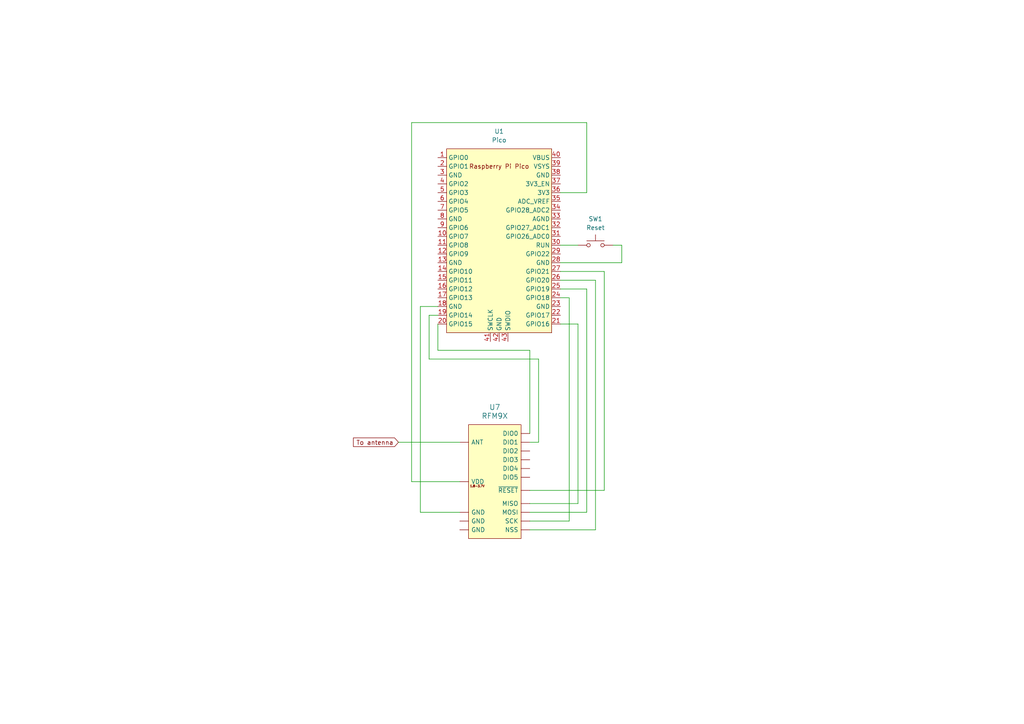
<source format=kicad_sch>
(kicad_sch (version 20231120) (generator "eeschema") (generator_version "8.0")
  (paper "A4")
  (title_block (title "CanSat Receiver Schematic") (date "2024-01-10") (rev "v1.0") (company "Team Athena"))
  (lib_symbols
    (symbol "MCU_RaspberryPi_and_Boards:Pico"
      (property "Reference" "U" (at -13.97 27.94 0))
      (property "Value" "Pico" (at 0 19.05 0))
      (symbol "Pico_0_0"
        (text "Raspberry Pi Pico" (at 0 21.59 0) (effects (font (size 1.27 1.27))))
      )
      (symbol "Pico_0_1"
        (rectangle (start -15.24 26.67) (end 15.24 -26.67) (fill (type background)))
      )
      (symbol "Pico_1_1"
        (pin bidirectional line (at -17.78 24.13 0) (length 2.54) (name "GPIO0") (number "1"))
        (pin bidirectional line (at -17.78 1.27 0) (length 2.54) (name "GPIO7") (number "10"))
        (pin bidirectional line (at -17.78 -1.27 0) (length 2.54) (name "GPIO8") (number "11"))
        (pin bidirectional line (at -17.78 -3.81 0) (length 2.54) (name "GPIO9") (number "12"))
        (pin power_in line (at -17.78 -6.35 0) (length 2.54) (name "GND") (number "13"))
        (pin bidirectional line (at -17.78 -8.89 0) (length 2.54) (name "GPIO10") (number "14"))
        (pin bidirectional line (at -17.78 -11.43 0) (length 2.54) (name "GPIO11") (number "15"))
        (pin bidirectional line (at -17.78 -13.97 0) (length 2.54) (name "GPIO12") (number "16"))
        (pin bidirectional line (at -17.78 -16.51 0) (length 2.54) (name "GPIO13") (number "17"))
        (pin power_in line (at -17.78 -19.05 0) (length 2.54) (name "GND") (number "18"))
        (pin bidirectional line (at -17.78 -21.59 0) (length 2.54) (name "GPIO14") (number "19"))
        (pin bidirectional line (at -17.78 21.59 0) (length 2.54) (name "GPIO1") (number "2"))
        (pin bidirectional line (at -17.78 -24.13 0) (length 2.54) (name "GPIO15") (number "20"))
        (pin bidirectional line (at 17.78 -24.13 180) (length 2.54) (name "GPIO16") (number "21"))
        (pin bidirectional line (at 17.78 -21.59 180) (length 2.54) (name "GPIO17") (number "22"))
        (pin power_in line (at 17.78 -19.05 180) (length 2.54) (name "GND") (number "23"))
        (pin bidirectional line (at 17.78 -16.51 180) (length 2.54) (name "GPIO18") (number "24"))
        (pin bidirectional line (at 17.78 -13.97 180) (length 2.54) (name "GPIO19") (number "25"))
        (pin bidirectional line (at 17.78 -11.43 180) (length 2.54) (name "GPIO20") (number "26"))
        (pin bidirectional line (at 17.78 -8.89 180) (length 2.54) (name "GPIO21") (number "27"))
        (pin power_in line (at 17.78 -6.35 180) (length 2.54) (name "GND") (number "28"))
        (pin bidirectional line (at 17.78 -3.81 180) (length 2.54) (name "GPIO22") (number "29"))
        (pin power_in line (at -17.78 19.05 0) (length 2.54) (name "GND") (number "3"))
        (pin input line (at 17.78 -1.27 180) (length 2.54) (name "RUN") (number "30"))
        (pin bidirectional line (at 17.78 1.27 180) (length 2.54) (name "GPIO26_ADC0") (number "31"))
        (pin bidirectional line (at 17.78 3.81 180) (length 2.54) (name "GPIO27_ADC1") (number "32"))
        (pin power_in line (at 17.78 6.35 180) (length 2.54) (name "AGND") (number "33"))
        (pin bidirectional line (at 17.78 8.89 180) (length 2.54) (name "GPIO28_ADC2") (number "34"))
        (pin power_in line (at 17.78 11.43 180) (length 2.54) (name "ADC_VREF") (number "35"))
        (pin power_in line (at 17.78 13.97 180) (length 2.54) (name "3V3") (number "36"))
        (pin input line (at 17.78 16.51 180) (length 2.54) (name "3V3_EN") (number "37"))
        (pin bidirectional line (at 17.78 19.05 180) (length 2.54) (name "GND") (number "38"))
        (pin power_in line (at 17.78 21.59 180) (length 2.54) (name "VSYS") (number "39"))
        (pin bidirectional line (at -17.78 16.51 0) (length 2.54) (name "GPIO2") (number "4"))
        (pin power_in line (at 17.78 24.13 180) (length 2.54) (name "VBUS") (number "40"))
        (pin input line (at -2.54 -29.21 90) (length 2.54) (name "SWCLK") (number "41"))
        (pin power_in line (at 0 -29.21 90) (length 2.54) (name "GND") (number "42"))
        (pin bidirectional line (at 2.54 -29.21 90) (length 2.54) (name "SWDIO") (number "43"))
        (pin bidirectional line (at -17.78 13.97 0) (length 2.54) (name "GPIO3") (number "5"))
        (pin bidirectional line (at -17.78 11.43 0) (length 2.54) (name "GPIO4") (number "6"))
        (pin bidirectional line (at -17.78 8.89 0) (length 2.54) (name "GPIO5") (number "7"))
        (pin power_in line (at -17.78 6.35 0) (length 2.54) (name "GND") (number "8"))
        (pin bidirectional line (at -17.78 3.81 0) (length 2.54) (name "GPIO6") (number "9"))
      )
    )
    (symbol "RFM9X:RFM9X" (pin_numbers hide) (pin_names (offset 0.762))
      (property "Reference" "U" (at 0 -17.78 0))
      (property "Value" "RFM9X" (at 0 17.78 0))
      (symbol "RFM9X_0_0"
        (text "1.8-3.7V" (at 5.08 -1.27 0) (effects (font (size 0.6096 0.6096))))
      )
      (symbol "RFM9X_0_1"
        (rectangle (start -7.62 16.51) (end 7.62 -16.51) (fill (type background)))
      )
      (symbol "RFM9X_1_1"
        (pin power_in line (at 10.16 -8.89 180) (length 2.54) (name "GND") (number "1"))
        (pin bidirectional line (at -10.16 11.43 0) (length 2.54) (name "DIO1") (number "10"))
        (pin bidirectional line (at -10.16 13.97 0) (length 2.54) (name "DIO0") (number "11"))
        (pin power_in line (at 10.16 0 180) (length 2.54) (name "VDD") (number "12"))
        (pin bidirectional line (at -10.16 3.81 0) (length 2.54) (name "DIO4") (number "13"))
        (pin bidirectional line (at -10.16 6.35 0) (length 2.54) (name "DIO3") (number "14"))
        (pin power_in line (at 10.16 -13.97 180) (length 2.54) (name "GND") (number "15"))
        (pin output line (at 10.16 11.43 180) (length 2.54) (name "ANT") (number "16"))
        (pin output line (at -10.16 -6.35 0) (length 2.54) (name "MISO") (number "2"))
        (pin input line (at -10.16 -8.89 0) (length 2.54) (name "MOSI") (number "3"))
        (pin input line (at -10.16 -11.43 0) (length 2.54) (name "SCK") (number "4"))
        (pin input line (at -10.16 -13.97 0) (length 2.54) (name "NSS") (number "5"))
        (pin input line (at -10.16 -2.54 0) (length 2.54) (name "~{RESET}") (number "6"))
        (pin bidirectional line (at -10.16 1.27 0) (length 2.54) (name "DIO5") (number "7"))
        (pin power_in line (at 10.16 -11.43 180) (length 2.54) (name "GND") (number "8"))
        (pin bidirectional line (at -10.16 8.89 0) (length 2.54) (name "DIO2") (number "9"))
      )
    )
    (symbol "Switch:SW_Push" (pin_numbers hide) (pin_names (offset 1.016) hide)
      (property "Reference" "SW" (at 1.27 2.54 0))
      (property "Value" "SW_Push" (at 0 -1.524 0))
      (symbol "SW_Push_0_1"
        (circle (center -2.032 0) (radius 0.508))
        (polyline (pts (xy 0 1.27) (xy 0 3.048)))
        (polyline (pts (xy 2.54 1.27) (xy -2.54 1.27)))
        (circle (center 2.032 0) (radius 0.508))
        (pin passive line (at -5.08 0 0) (length 2.54) (name "1") (number "1"))
        (pin passive line (at 5.08 0 180) (length 2.54) (name "2") (number "2"))
      )
    )
  )
  (wire (pts (xy 167.64 146.05) (xy 167.64 93.98)))
  (wire (pts (xy 119.38 139.7) (xy 119.38 35.56)))
  (wire (pts (xy 162.56 55.88) (xy 170.18 55.88)))
  (wire (pts (xy 127 88.9) (xy 121.92 88.9)))
  (wire (pts (xy 127 93.98) (xy 127 101.6)))
  (wire (pts (xy 177.8 71.12) (xy 180.34 71.12)))
  (wire (pts (xy 124.46 104.14) (xy 156.21 104.14)))
  (wire (pts (xy 175.26 78.74) (xy 162.56 78.74)))
  (wire (pts (xy 170.18 83.82) (xy 162.56 83.82)))
  (wire (pts (xy 115.57 128.27) (xy 133.35 128.27)))
  (wire (pts (xy 121.92 148.59) (xy 133.35 148.59)))
  (wire (pts (xy 170.18 148.59) (xy 170.18 83.82)))
  (wire (pts (xy 175.26 142.24) (xy 175.26 78.74)))
  (wire (pts (xy 153.67 101.6) (xy 153.67 125.73)))
  (wire (pts (xy 167.64 93.98) (xy 162.56 93.98)))
  (wire (pts (xy 180.34 71.12) (xy 180.34 76.2)))
  (wire (pts (xy 172.72 81.28) (xy 162.56 81.28)))
  (wire (pts (xy 119.38 35.56) (xy 170.18 35.56)))
  (wire (pts (xy 153.67 151.13) (xy 165.1 151.13)))
  (wire (pts (xy 127 91.44) (xy 124.46 91.44)))
  (wire (pts (xy 153.67 148.59) (xy 170.18 148.59)))
  (wire (pts (xy 156.21 104.14) (xy 156.21 128.27)))
  (wire (pts (xy 124.46 91.44) (xy 124.46 104.14)))
  (wire (pts (xy 119.38 139.7) (xy 133.35 139.7)))
  (wire (pts (xy 121.92 88.9) (xy 121.92 148.59)))
  (wire (pts (xy 127 101.6) (xy 153.67 101.6)))
  (wire (pts (xy 165.1 151.13) (xy 165.1 86.36)))
  (wire (pts (xy 165.1 86.36) (xy 162.56 86.36)))
  (wire (pts (xy 162.56 76.2) (xy 180.34 76.2)))
  (wire (pts (xy 153.67 146.05) (xy 167.64 146.05)))
  (wire (pts (xy 153.67 153.67) (xy 172.72 153.67)))
  (wire (pts (xy 162.56 71.12) (xy 167.64 71.12)))
  (wire (pts (xy 172.72 153.67) (xy 172.72 81.28)))
  (wire (pts (xy 170.18 35.56) (xy 170.18 55.88)))
  (wire (pts (xy 153.67 142.24) (xy 175.26 142.24)))
  (wire (pts (xy 156.21 128.27) (xy 153.67 128.27)))
  (global_label "To antenna" (shape input) (at 115.57 128.27 180) (property "Intersheetrefs" "${INTERSHEET_REFS}" (effects (hide yes))))
  (symbol (lib_id "RFM9X:RFM9X") (at 143.51 139.7 0) (mirror y) (unit 1)
    (property "Reference" "U7" (at 143.51 118.11 0) (effects (font (size 1.524 1.524))))
    (property "Value" "RFM9X" (at 143.51 120.65 0) (effects (font (size 1.524 1.524))))
  )
  (symbol (lib_id "MCU_RaspberryPi_and_Boards:Pico") (at 144.78 69.85 0) (unit 1)
    (property "Reference" "U1" (at 144.78 38.1 0))
    (property "Value" "Pico" (at 144.78 40.64 0))
    (property "Footprint" "RPi_Pico:RPi_Pico_SMD_TH" (effects (hide yes)))
  )
  (symbol (lib_id "Switch:SW_Push") (at 172.72 71.12 0) (unit 1)
    (property "Reference" "SW1" (at 172.72 63.5 0))
    (property "Value" "Reset" (at 172.72 66.04 0))
    (property "Description" "Push button switch, generic, two pins" (effects (hide yes)))
  )
)
</source>
